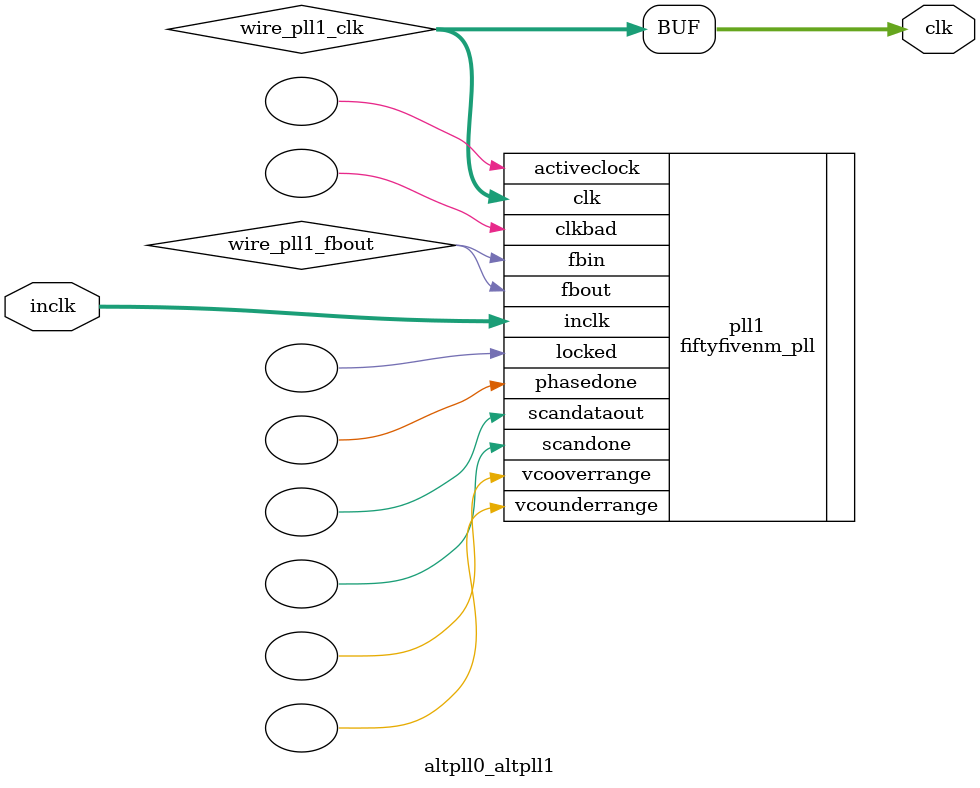
<source format=v>






//synthesis_resources = fiftyfivenm_pll 1 
//synopsys translate_off
`timescale 1 ps / 1 ps
//synopsys translate_on
module  altpll0_altpll1
	( 
	clk,
	inclk) /* synthesis synthesis_clearbox=1 */;
	output   [4:0]  clk;
	input   [1:0]  inclk;
`ifndef ALTERA_RESERVED_QIS
// synopsys translate_off
`endif
	tri0   [1:0]  inclk;
`ifndef ALTERA_RESERVED_QIS
// synopsys translate_on
`endif

	wire  [4:0]   wire_pll1_clk;
	wire  wire_pll1_fbout;

	fiftyfivenm_pll   pll1
	( 
	.activeclock(),
	.clk(wire_pll1_clk),
	.clkbad(),
	.fbin(wire_pll1_fbout),
	.fbout(wire_pll1_fbout),
	.inclk(inclk),
	.locked(),
	.phasedone(),
	.scandataout(),
	.scandone(),
	.vcooverrange(),
	.vcounderrange()
	`ifndef FORMAL_VERIFICATION
	// synopsys translate_off
	`endif
	,
	.areset(1'b0),
	.clkswitch(1'b0),
	.configupdate(1'b0),
	.pfdena(1'b1),
	.phasecounterselect({3{1'b0}}),
	.phasestep(1'b0),
	.phaseupdown(1'b0),
	.scanclk(1'b0),
	.scanclkena(1'b1),
	.scandata(1'b0)
	`ifndef FORMAL_VERIFICATION
	// synopsys translate_on
	`endif
	);
	defparam
		pll1.bandwidth_type = "auto",
		pll1.clk0_divide_by = 1,
		pll1.clk0_duty_cycle = 50,
		pll1.clk0_multiply_by = 1,
		pll1.clk0_phase_shift = "0",
		pll1.compensate_clock = "clk0",
		pll1.inclk0_input_frequency = 20000,
		pll1.operation_mode = "normal",
		pll1.pll_type = "auto",
		pll1.lpm_type = "fiftyfivenm_pll";
	assign
		clk = {wire_pll1_clk[4:0]};
endmodule //altpll0_altpll1
//VALID FILE

</source>
